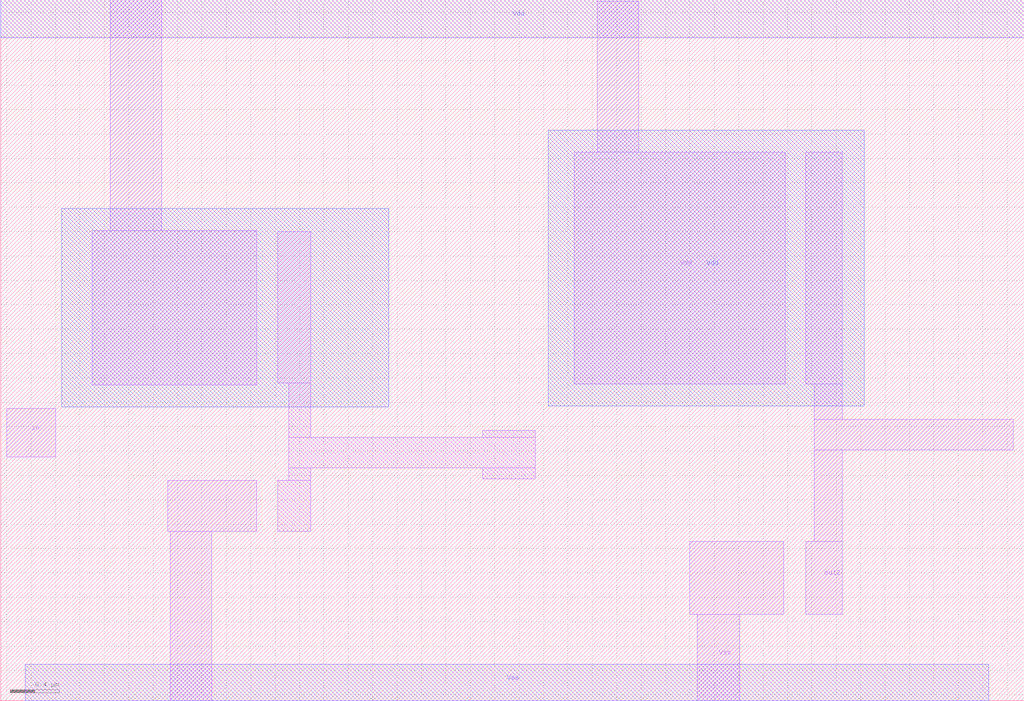
<source format=lef>
VERSION 5.7 ;
  NOWIREEXTENSIONATPIN ON ;
  DIVIDERCHAR "/" ;
  BUSBITCHARS "[]" ;
MACRO buffer
  CLASS BLOCK ;
  FOREIGN buffer ;
  ORIGIN 1.050 -11.150 ;
  SIZE 8.390 BY 5.750 ;
  PIN in
    ANTENNAGATEAREA 0.253500 ;
    PORT
      LAYER li1 ;
        RECT -1.000 13.150 -0.600 13.550 ;
    END
  END in
  PIN Vdd
    ANTENNADIFFAREA 3.328500 ;
    PORT
      LAYER nwell ;
        RECT -0.550 13.560 2.130 15.190 ;
        RECT 3.440 13.570 6.030 15.830 ;
      LAYER li1 ;
        RECT -0.150 15.010 0.270 16.900 ;
        RECT 3.840 15.650 4.180 16.890 ;
        RECT -0.300 13.740 1.050 15.010 ;
        RECT 3.650 13.750 5.380 15.650 ;
      LAYER met1 ;
        RECT -1.050 16.590 7.340 16.900 ;
    END
  END Vdd
  PIN Vss
    ANTENNADIFFAREA 0.786600 ;
    PORT
      LAYER li1 ;
        RECT 0.320 12.540 1.050 12.960 ;
        RECT 0.340 11.150 0.680 12.540 ;
        RECT 4.600 11.860 5.370 12.460 ;
        RECT 4.660 11.150 5.010 11.860 ;
      LAYER met1 ;
        RECT -0.850 11.150 7.050 11.450 ;
    END
  END Vss
  PIN out2
    ANTENNADIFFAREA 0.750000 ;
    PORT
      LAYER li1 ;
        RECT 5.550 13.750 5.850 15.650 ;
        RECT 5.620 13.460 5.850 13.750 ;
        RECT 5.620 13.210 7.250 13.460 ;
        RECT 5.620 12.460 5.850 13.210 ;
        RECT 5.550 11.860 5.850 12.460 ;
    END
  END out2
  OBS
      LAYER li1 ;
        RECT 1.220 13.760 1.490 15.000 ;
        RECT 1.310 13.310 1.490 13.760 ;
        RECT 2.900 13.310 3.330 13.370 ;
        RECT 1.310 13.060 3.330 13.310 ;
        RECT 1.310 12.960 1.490 13.060 ;
        RECT 2.900 12.970 3.330 13.060 ;
        RECT 1.220 12.540 1.490 12.960 ;
  END
END buffer
END LIBRARY


</source>
